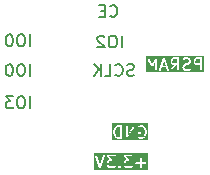
<source format=gbr>
%TF.GenerationSoftware,KiCad,Pcbnew,7.0.10*%
%TF.CreationDate,2024-02-19T11:00:08+07:00*%
%TF.ProjectId,PMODP2PSRAM,504d4f44-5032-4505-9352-414d2e6b6963,rev?*%
%TF.SameCoordinates,PX8c6db50PY50d2eb0*%
%TF.FileFunction,Legend,Bot*%
%TF.FilePolarity,Positive*%
%FSLAX46Y46*%
G04 Gerber Fmt 4.6, Leading zero omitted, Abs format (unit mm)*
G04 Created by KiCad (PCBNEW 7.0.10) date 2024-02-19 11:00:08*
%MOMM*%
%LPD*%
G01*
G04 APERTURE LIST*
%ADD10C,0.150000*%
G04 APERTURE END LIST*
D10*
X11210839Y9177800D02*
X11067982Y9130181D01*
X11067982Y9130181D02*
X10829887Y9130181D01*
X10829887Y9130181D02*
X10734649Y9177800D01*
X10734649Y9177800D02*
X10687030Y9225420D01*
X10687030Y9225420D02*
X10639411Y9320658D01*
X10639411Y9320658D02*
X10639411Y9415896D01*
X10639411Y9415896D02*
X10687030Y9511134D01*
X10687030Y9511134D02*
X10734649Y9558753D01*
X10734649Y9558753D02*
X10829887Y9606372D01*
X10829887Y9606372D02*
X11020363Y9653991D01*
X11020363Y9653991D02*
X11115601Y9701610D01*
X11115601Y9701610D02*
X11163220Y9749229D01*
X11163220Y9749229D02*
X11210839Y9844467D01*
X11210839Y9844467D02*
X11210839Y9939705D01*
X11210839Y9939705D02*
X11163220Y10034943D01*
X11163220Y10034943D02*
X11115601Y10082562D01*
X11115601Y10082562D02*
X11020363Y10130181D01*
X11020363Y10130181D02*
X10782268Y10130181D01*
X10782268Y10130181D02*
X10639411Y10082562D01*
X9639411Y9225420D02*
X9687030Y9177800D01*
X9687030Y9177800D02*
X9829887Y9130181D01*
X9829887Y9130181D02*
X9925125Y9130181D01*
X9925125Y9130181D02*
X10067982Y9177800D01*
X10067982Y9177800D02*
X10163220Y9273039D01*
X10163220Y9273039D02*
X10210839Y9368277D01*
X10210839Y9368277D02*
X10258458Y9558753D01*
X10258458Y9558753D02*
X10258458Y9701610D01*
X10258458Y9701610D02*
X10210839Y9892086D01*
X10210839Y9892086D02*
X10163220Y9987324D01*
X10163220Y9987324D02*
X10067982Y10082562D01*
X10067982Y10082562D02*
X9925125Y10130181D01*
X9925125Y10130181D02*
X9829887Y10130181D01*
X9829887Y10130181D02*
X9687030Y10082562D01*
X9687030Y10082562D02*
X9639411Y10034943D01*
X8734649Y9130181D02*
X9210839Y9130181D01*
X9210839Y9130181D02*
X9210839Y10130181D01*
X8401315Y9130181D02*
X8401315Y10130181D01*
X7829887Y9130181D02*
X8258458Y9701610D01*
X7829887Y10130181D02*
X8401315Y9558753D01*
X2413220Y6380181D02*
X2413220Y7380181D01*
X1746554Y7380181D02*
X1556078Y7380181D01*
X1556078Y7380181D02*
X1460840Y7332562D01*
X1460840Y7332562D02*
X1365602Y7237324D01*
X1365602Y7237324D02*
X1317983Y7046848D01*
X1317983Y7046848D02*
X1317983Y6713515D01*
X1317983Y6713515D02*
X1365602Y6523039D01*
X1365602Y6523039D02*
X1460840Y6427800D01*
X1460840Y6427800D02*
X1556078Y6380181D01*
X1556078Y6380181D02*
X1746554Y6380181D01*
X1746554Y6380181D02*
X1841792Y6427800D01*
X1841792Y6427800D02*
X1937030Y6523039D01*
X1937030Y6523039D02*
X1984649Y6713515D01*
X1984649Y6713515D02*
X1984649Y7046848D01*
X1984649Y7046848D02*
X1937030Y7237324D01*
X1937030Y7237324D02*
X1841792Y7332562D01*
X1841792Y7332562D02*
X1746554Y7380181D01*
X984649Y7380181D02*
X365602Y7380181D01*
X365602Y7380181D02*
X698935Y6999229D01*
X698935Y6999229D02*
X556078Y6999229D01*
X556078Y6999229D02*
X460840Y6951610D01*
X460840Y6951610D02*
X413221Y6903991D01*
X413221Y6903991D02*
X365602Y6808753D01*
X365602Y6808753D02*
X365602Y6570658D01*
X365602Y6570658D02*
X413221Y6475420D01*
X413221Y6475420D02*
X460840Y6427800D01*
X460840Y6427800D02*
X556078Y6380181D01*
X556078Y6380181D02*
X841792Y6380181D01*
X841792Y6380181D02*
X937030Y6427800D01*
X937030Y6427800D02*
X984649Y6475420D01*
X2413220Y9130181D02*
X2413220Y10130181D01*
X1746554Y10130181D02*
X1556078Y10130181D01*
X1556078Y10130181D02*
X1460840Y10082562D01*
X1460840Y10082562D02*
X1365602Y9987324D01*
X1365602Y9987324D02*
X1317983Y9796848D01*
X1317983Y9796848D02*
X1317983Y9463515D01*
X1317983Y9463515D02*
X1365602Y9273039D01*
X1365602Y9273039D02*
X1460840Y9177800D01*
X1460840Y9177800D02*
X1556078Y9130181D01*
X1556078Y9130181D02*
X1746554Y9130181D01*
X1746554Y9130181D02*
X1841792Y9177800D01*
X1841792Y9177800D02*
X1937030Y9273039D01*
X1937030Y9273039D02*
X1984649Y9463515D01*
X1984649Y9463515D02*
X1984649Y9796848D01*
X1984649Y9796848D02*
X1937030Y9987324D01*
X1937030Y9987324D02*
X1841792Y10082562D01*
X1841792Y10082562D02*
X1746554Y10130181D01*
X698935Y10130181D02*
X603697Y10130181D01*
X603697Y10130181D02*
X508459Y10082562D01*
X508459Y10082562D02*
X460840Y10034943D01*
X460840Y10034943D02*
X413221Y9939705D01*
X413221Y9939705D02*
X365602Y9749229D01*
X365602Y9749229D02*
X365602Y9511134D01*
X365602Y9511134D02*
X413221Y9320658D01*
X413221Y9320658D02*
X460840Y9225420D01*
X460840Y9225420D02*
X508459Y9177800D01*
X508459Y9177800D02*
X603697Y9130181D01*
X603697Y9130181D02*
X698935Y9130181D01*
X698935Y9130181D02*
X794173Y9177800D01*
X794173Y9177800D02*
X841792Y9225420D01*
X841792Y9225420D02*
X889411Y9320658D01*
X889411Y9320658D02*
X937030Y9511134D01*
X937030Y9511134D02*
X937030Y9749229D01*
X937030Y9749229D02*
X889411Y9939705D01*
X889411Y9939705D02*
X841792Y10034943D01*
X841792Y10034943D02*
X794173Y10082562D01*
X794173Y10082562D02*
X698935Y10130181D01*
X10163220Y11530181D02*
X10163220Y12530181D01*
X9496554Y12530181D02*
X9306078Y12530181D01*
X9306078Y12530181D02*
X9210840Y12482562D01*
X9210840Y12482562D02*
X9115602Y12387324D01*
X9115602Y12387324D02*
X9067983Y12196848D01*
X9067983Y12196848D02*
X9067983Y11863515D01*
X9067983Y11863515D02*
X9115602Y11673039D01*
X9115602Y11673039D02*
X9210840Y11577800D01*
X9210840Y11577800D02*
X9306078Y11530181D01*
X9306078Y11530181D02*
X9496554Y11530181D01*
X9496554Y11530181D02*
X9591792Y11577800D01*
X9591792Y11577800D02*
X9687030Y11673039D01*
X9687030Y11673039D02*
X9734649Y11863515D01*
X9734649Y11863515D02*
X9734649Y12196848D01*
X9734649Y12196848D02*
X9687030Y12387324D01*
X9687030Y12387324D02*
X9591792Y12482562D01*
X9591792Y12482562D02*
X9496554Y12530181D01*
X8687030Y12434943D02*
X8639411Y12482562D01*
X8639411Y12482562D02*
X8544173Y12530181D01*
X8544173Y12530181D02*
X8306078Y12530181D01*
X8306078Y12530181D02*
X8210840Y12482562D01*
X8210840Y12482562D02*
X8163221Y12434943D01*
X8163221Y12434943D02*
X8115602Y12339705D01*
X8115602Y12339705D02*
X8115602Y12244467D01*
X8115602Y12244467D02*
X8163221Y12101610D01*
X8163221Y12101610D02*
X8734649Y11530181D01*
X8734649Y11530181D02*
X8115602Y11530181D01*
X2413220Y11630181D02*
X2413220Y12630181D01*
X1746554Y12630181D02*
X1556078Y12630181D01*
X1556078Y12630181D02*
X1460840Y12582562D01*
X1460840Y12582562D02*
X1365602Y12487324D01*
X1365602Y12487324D02*
X1317983Y12296848D01*
X1317983Y12296848D02*
X1317983Y11963515D01*
X1317983Y11963515D02*
X1365602Y11773039D01*
X1365602Y11773039D02*
X1460840Y11677800D01*
X1460840Y11677800D02*
X1556078Y11630181D01*
X1556078Y11630181D02*
X1746554Y11630181D01*
X1746554Y11630181D02*
X1841792Y11677800D01*
X1841792Y11677800D02*
X1937030Y11773039D01*
X1937030Y11773039D02*
X1984649Y11963515D01*
X1984649Y11963515D02*
X1984649Y12296848D01*
X1984649Y12296848D02*
X1937030Y12487324D01*
X1937030Y12487324D02*
X1841792Y12582562D01*
X1841792Y12582562D02*
X1746554Y12630181D01*
X698935Y12630181D02*
X603697Y12630181D01*
X603697Y12630181D02*
X508459Y12582562D01*
X508459Y12582562D02*
X460840Y12534943D01*
X460840Y12534943D02*
X413221Y12439705D01*
X413221Y12439705D02*
X365602Y12249229D01*
X365602Y12249229D02*
X365602Y12011134D01*
X365602Y12011134D02*
X413221Y11820658D01*
X413221Y11820658D02*
X460840Y11725420D01*
X460840Y11725420D02*
X508459Y11677800D01*
X508459Y11677800D02*
X603697Y11630181D01*
X603697Y11630181D02*
X698935Y11630181D01*
X698935Y11630181D02*
X794173Y11677800D01*
X794173Y11677800D02*
X841792Y11725420D01*
X841792Y11725420D02*
X889411Y11820658D01*
X889411Y11820658D02*
X937030Y12011134D01*
X937030Y12011134D02*
X937030Y12249229D01*
X937030Y12249229D02*
X889411Y12439705D01*
X889411Y12439705D02*
X841792Y12534943D01*
X841792Y12534943D02*
X794173Y12582562D01*
X794173Y12582562D02*
X698935Y12630181D01*
X9191792Y14225420D02*
X9239411Y14177800D01*
X9239411Y14177800D02*
X9382268Y14130181D01*
X9382268Y14130181D02*
X9477506Y14130181D01*
X9477506Y14130181D02*
X9620363Y14177800D01*
X9620363Y14177800D02*
X9715601Y14273039D01*
X9715601Y14273039D02*
X9763220Y14368277D01*
X9763220Y14368277D02*
X9810839Y14558753D01*
X9810839Y14558753D02*
X9810839Y14701610D01*
X9810839Y14701610D02*
X9763220Y14892086D01*
X9763220Y14892086D02*
X9715601Y14987324D01*
X9715601Y14987324D02*
X9620363Y15082562D01*
X9620363Y15082562D02*
X9477506Y15130181D01*
X9477506Y15130181D02*
X9382268Y15130181D01*
X9382268Y15130181D02*
X9239411Y15082562D01*
X9239411Y15082562D02*
X9191792Y15034943D01*
X8763220Y14653991D02*
X8429887Y14653991D01*
X8287030Y14130181D02*
X8763220Y14130181D01*
X8763220Y14130181D02*
X8763220Y15130181D01*
X8763220Y15130181D02*
X8287030Y15130181D01*
G36*
X14885839Y10181372D02*
G01*
X14597592Y10181372D01*
X14529076Y10215630D01*
X14498669Y10246037D01*
X14464411Y10314553D01*
X14464411Y10422000D01*
X14498669Y10490516D01*
X14529076Y10520923D01*
X14597592Y10555181D01*
X14885839Y10555181D01*
X14885839Y10181372D01*
G37*
G36*
X13904401Y9990896D02*
G01*
X13636325Y9990896D01*
X13770363Y10393011D01*
X13904401Y9990896D01*
G37*
G36*
X16838220Y10181372D02*
G01*
X16549973Y10181372D01*
X16481457Y10215630D01*
X16451050Y10246037D01*
X16416792Y10314553D01*
X16416792Y10422000D01*
X16451050Y10490516D01*
X16481457Y10520923D01*
X16549973Y10555181D01*
X16838220Y10555181D01*
X16838220Y10181372D01*
G37*
G36*
X17131077Y9412324D02*
G01*
X12219173Y9412324D01*
X12219173Y9630181D01*
X12362030Y9630181D01*
X12379577Y9581972D01*
X12424006Y9556320D01*
X12474530Y9565229D01*
X12507507Y9604529D01*
X12512030Y9630181D01*
X12512030Y10292114D01*
X12702399Y9884179D01*
X12716165Y9870421D01*
X12727326Y9854472D01*
X12733885Y9852713D01*
X12738687Y9847914D01*
X12758076Y9846223D01*
X12776878Y9841179D01*
X12783031Y9844047D01*
X12789796Y9843456D01*
X12805738Y9854628D01*
X12823380Y9862847D01*
X12829079Y9870982D01*
X12831812Y9872896D01*
X12832671Y9876109D01*
X12838327Y9884180D01*
X13028696Y10292114D01*
X13028696Y9630181D01*
X13046243Y9581972D01*
X13090672Y9556320D01*
X13141196Y9565229D01*
X13174173Y9604529D01*
X13178696Y9630181D01*
X13178696Y9653898D01*
X13365879Y9653898D01*
X13367280Y9602614D01*
X13401317Y9564229D01*
X13452066Y9556704D01*
X13495778Y9583559D01*
X13508181Y9606464D01*
X13586325Y9840896D01*
X13954401Y9840896D01*
X14032545Y9606464D01*
X14064436Y9566278D01*
X14114697Y9555992D01*
X14159811Y9580421D01*
X14178668Y9628133D01*
X14174847Y9653898D01*
X13960531Y10296848D01*
X14314411Y10296848D01*
X14315944Y10292635D01*
X14314903Y10288274D01*
X14322329Y10263307D01*
X14369948Y10168069D01*
X14371137Y10166944D01*
X14383997Y10148577D01*
X14431616Y10100958D01*
X14433097Y10100267D01*
X14451108Y10086909D01*
X14546346Y10039290D01*
X14550799Y10038778D01*
X14554235Y10035895D01*
X14578826Y10031560D01*
X14327969Y9673191D01*
X14314698Y9623634D01*
X14336385Y9577140D01*
X14382885Y9555465D01*
X14432438Y9568750D01*
X14450853Y9587171D01*
X14761793Y10031372D01*
X14885839Y10031372D01*
X14885839Y9630181D01*
X14903386Y9581972D01*
X14947815Y9556320D01*
X14998339Y9565229D01*
X15031316Y9604529D01*
X15035839Y9630181D01*
X15035839Y9820658D01*
X15314411Y9820658D01*
X15315944Y9816445D01*
X15314903Y9812084D01*
X15322329Y9787117D01*
X15369948Y9691879D01*
X15371136Y9690754D01*
X15383996Y9672388D01*
X15431615Y9624768D01*
X15433096Y9624078D01*
X15451108Y9610718D01*
X15546346Y9563099D01*
X15550799Y9562587D01*
X15554235Y9559704D01*
X15579887Y9555181D01*
X15817982Y9555181D01*
X15819520Y9555742D01*
X15841699Y9559030D01*
X15984556Y9606649D01*
X16024742Y9638540D01*
X16035028Y9688801D01*
X16010599Y9733915D01*
X15962887Y9752772D01*
X15937121Y9748951D01*
X15805812Y9705181D01*
X15597592Y9705181D01*
X15529076Y9739439D01*
X15498669Y9769847D01*
X15464411Y9838363D01*
X15464411Y9898191D01*
X15498669Y9966707D01*
X15529076Y9997114D01*
X15606063Y10035608D01*
X15788553Y10081230D01*
X15791497Y10083219D01*
X15803904Y10086909D01*
X15899142Y10134528D01*
X15900267Y10135718D01*
X15918634Y10148577D01*
X15966253Y10196196D01*
X15966944Y10197678D01*
X15980302Y10215688D01*
X16020882Y10296848D01*
X16266792Y10296848D01*
X16268325Y10292635D01*
X16267284Y10288274D01*
X16274710Y10263307D01*
X16322329Y10168069D01*
X16323518Y10166944D01*
X16336378Y10148577D01*
X16383997Y10100958D01*
X16385478Y10100267D01*
X16403489Y10086909D01*
X16498727Y10039290D01*
X16503180Y10038778D01*
X16506616Y10035895D01*
X16532268Y10031372D01*
X16838220Y10031372D01*
X16838220Y9630181D01*
X16855767Y9581972D01*
X16900196Y9556320D01*
X16950720Y9565229D01*
X16983697Y9604529D01*
X16988220Y9630181D01*
X16988220Y10630181D01*
X16981556Y10648490D01*
X16978172Y10667681D01*
X16972987Y10672032D01*
X16970673Y10678390D01*
X16953799Y10688133D01*
X16938872Y10700658D01*
X16929129Y10702376D01*
X16926244Y10704042D01*
X16922961Y10703464D01*
X16913220Y10705181D01*
X16532268Y10705181D01*
X16528054Y10703648D01*
X16523693Y10704689D01*
X16498727Y10697263D01*
X16403489Y10649644D01*
X16402363Y10648455D01*
X16383997Y10635595D01*
X16336378Y10587976D01*
X16335687Y10586495D01*
X16322329Y10568484D01*
X16274710Y10473246D01*
X16274197Y10468793D01*
X16271315Y10465357D01*
X16266792Y10439705D01*
X16266792Y10296848D01*
X16020882Y10296848D01*
X16027921Y10310926D01*
X16028433Y10315380D01*
X16031316Y10318815D01*
X16035839Y10344467D01*
X16035839Y10439705D01*
X16034305Y10443919D01*
X16035347Y10448280D01*
X16027921Y10473246D01*
X15980302Y10568484D01*
X15979112Y10569610D01*
X15966253Y10587976D01*
X15918634Y10635595D01*
X15917152Y10636286D01*
X15899142Y10649644D01*
X15803904Y10697263D01*
X15799450Y10697776D01*
X15796015Y10700658D01*
X15770363Y10705181D01*
X15532268Y10705181D01*
X15530730Y10704622D01*
X15508550Y10701332D01*
X15365694Y10653713D01*
X15325508Y10621822D01*
X15315222Y10571561D01*
X15339651Y10526447D01*
X15387362Y10507590D01*
X15413128Y10511411D01*
X15544438Y10555181D01*
X15752658Y10555181D01*
X15821174Y10520923D01*
X15851581Y10490516D01*
X15885839Y10422000D01*
X15885839Y10362172D01*
X15851581Y10293656D01*
X15821174Y10263249D01*
X15744187Y10224756D01*
X15561697Y10179133D01*
X15558752Y10177145D01*
X15546346Y10173454D01*
X15451108Y10125835D01*
X15449982Y10124646D01*
X15431616Y10111786D01*
X15383997Y10064167D01*
X15383306Y10062686D01*
X15369948Y10044675D01*
X15322329Y9949437D01*
X15321816Y9944984D01*
X15318934Y9941548D01*
X15314411Y9915896D01*
X15314411Y9820658D01*
X15035839Y9820658D01*
X15035839Y10630181D01*
X15029175Y10648490D01*
X15025791Y10667681D01*
X15020606Y10672032D01*
X15018292Y10678390D01*
X15001418Y10688133D01*
X14986491Y10700658D01*
X14976748Y10702376D01*
X14973863Y10704042D01*
X14970580Y10703464D01*
X14960839Y10705181D01*
X14579887Y10705181D01*
X14575673Y10703648D01*
X14571312Y10704689D01*
X14546346Y10697263D01*
X14451108Y10649644D01*
X14449982Y10648455D01*
X14431616Y10635595D01*
X14383997Y10587976D01*
X14383306Y10586495D01*
X14369948Y10568484D01*
X14322329Y10473246D01*
X14321816Y10468793D01*
X14318934Y10465357D01*
X14314411Y10439705D01*
X14314411Y10296848D01*
X13960531Y10296848D01*
X13841514Y10653898D01*
X13840171Y10655590D01*
X13840113Y10657747D01*
X13824371Y10675500D01*
X13809623Y10694084D01*
X13807508Y10694517D01*
X13806075Y10696133D01*
X13782606Y10699613D01*
X13759362Y10704370D01*
X13757462Y10703342D01*
X13755327Y10703658D01*
X13735109Y10691238D01*
X13714248Y10679941D01*
X13713454Y10677934D01*
X13711614Y10676803D01*
X13699212Y10653898D01*
X13365879Y9653898D01*
X13178696Y9653898D01*
X13178696Y10630181D01*
X13175270Y10639594D01*
X13176146Y10649571D01*
X13166752Y10662996D01*
X13161149Y10678390D01*
X13152476Y10683398D01*
X13146733Y10691605D01*
X13130907Y10695851D01*
X13116720Y10704042D01*
X13106856Y10702303D01*
X13097182Y10704898D01*
X13082330Y10697979D01*
X13066196Y10695133D01*
X13059757Y10687461D01*
X13050679Y10683230D01*
X13035732Y10661898D01*
X12770362Y10093250D01*
X12504994Y10661897D01*
X12497908Y10668978D01*
X12494483Y10678390D01*
X12480293Y10686583D01*
X12468706Y10698163D01*
X12458729Y10699034D01*
X12450054Y10704042D01*
X12433918Y10701197D01*
X12417597Y10702620D01*
X12409393Y10696873D01*
X12399530Y10695133D01*
X12388998Y10682583D01*
X12375581Y10673181D01*
X12372991Y10663507D01*
X12366553Y10655833D01*
X12362030Y10630181D01*
X12362030Y9630181D01*
X12219173Y9630181D01*
X12219173Y10848038D01*
X17131077Y10848038D01*
X17131077Y9412324D01*
G37*
G36*
X10040601Y3955181D02*
G01*
X9889676Y3955181D01*
X9775163Y3993352D01*
X9701050Y4067466D01*
X9662556Y4144453D01*
X9619173Y4317987D01*
X9619173Y4442376D01*
X9662556Y4615910D01*
X9701050Y4692897D01*
X9775163Y4767010D01*
X9889676Y4805181D01*
X10040601Y4805181D01*
X10040601Y3955181D01*
G37*
G36*
X12428696Y3662324D02*
G01*
X9326316Y3662324D01*
X9326316Y4308753D01*
X9469173Y4308753D01*
X9470358Y4305496D01*
X9471412Y4290563D01*
X9519031Y4100087D01*
X9521019Y4097143D01*
X9524710Y4084736D01*
X9572329Y3989498D01*
X9573515Y3988375D01*
X9586378Y3970006D01*
X9681616Y3874767D01*
X9685680Y3872872D01*
X9688027Y3869052D01*
X9710932Y3856649D01*
X9853788Y3809030D01*
X9855423Y3809075D01*
X9877506Y3805181D01*
X10115601Y3805181D01*
X10133909Y3811845D01*
X10153101Y3815229D01*
X10157451Y3820414D01*
X10163810Y3822728D01*
X10173552Y3839602D01*
X10186078Y3854529D01*
X10187795Y3864272D01*
X10189462Y3867157D01*
X10188883Y3870440D01*
X10190601Y3880181D01*
X10516792Y3880181D01*
X10519163Y3873665D01*
X10517990Y3866829D01*
X10527729Y3850132D01*
X10534339Y3831972D01*
X10540344Y3828505D01*
X10543839Y3822513D01*
X10562030Y3815984D01*
X10578768Y3806320D01*
X10585599Y3807525D01*
X10592126Y3805182D01*
X10610257Y3811873D01*
X10629292Y3815229D01*
X10633749Y3820542D01*
X10640256Y3822942D01*
X10656910Y3842971D01*
X11088220Y4597765D01*
X11088220Y3880181D01*
X11105767Y3831972D01*
X11150196Y3806320D01*
X11200720Y3815229D01*
X11233697Y3854529D01*
X11238220Y3880181D01*
X11238220Y3975420D01*
X11516792Y3975420D01*
X11522391Y3960037D01*
X11523818Y3943725D01*
X11533210Y3930311D01*
X11534339Y3927211D01*
X11536088Y3926202D01*
X11538758Y3922388D01*
X11586377Y3874768D01*
X11590441Y3872873D01*
X11592789Y3869052D01*
X11615694Y3856649D01*
X11758550Y3809030D01*
X11760185Y3809075D01*
X11782268Y3805181D01*
X11877506Y3805181D01*
X11879044Y3805742D01*
X11901223Y3809030D01*
X12044080Y3856649D01*
X12047592Y3859437D01*
X12052059Y3859827D01*
X12073396Y3874767D01*
X12168635Y3970007D01*
X12169326Y3971490D01*
X12182683Y3989498D01*
X12230302Y4084736D01*
X12230708Y4088265D01*
X12235981Y4100087D01*
X12283600Y4290563D01*
X12283239Y4294012D01*
X12285839Y4308753D01*
X12285839Y4451610D01*
X12284653Y4454868D01*
X12283600Y4469800D01*
X12235981Y4660276D01*
X12233992Y4663221D01*
X12230302Y4675627D01*
X12182683Y4770865D01*
X12181496Y4771989D01*
X12168634Y4790357D01*
X12073396Y4885595D01*
X12069332Y4887490D01*
X12066985Y4891311D01*
X12044080Y4903713D01*
X11901223Y4951332D01*
X11899588Y4951288D01*
X11877506Y4955181D01*
X11734649Y4955181D01*
X11730435Y4953648D01*
X11726074Y4954689D01*
X11701108Y4947263D01*
X11605870Y4899644D01*
X11570598Y4862390D01*
X11567523Y4811179D01*
X11598087Y4769974D01*
X11647985Y4758054D01*
X11672952Y4765480D01*
X11752354Y4805181D01*
X11865336Y4805181D01*
X11979849Y4767010D01*
X12053962Y4692897D01*
X12092455Y4615910D01*
X12135839Y4442376D01*
X12135839Y4317987D01*
X12092455Y4144453D01*
X12053961Y4067466D01*
X11979849Y3993353D01*
X11865336Y3955181D01*
X11794438Y3955181D01*
X11679925Y3993352D01*
X11666792Y4006486D01*
X11666792Y4233753D01*
X11782268Y4233753D01*
X11830477Y4251300D01*
X11856129Y4295729D01*
X11847220Y4346253D01*
X11807920Y4379230D01*
X11782268Y4383753D01*
X11591792Y4383753D01*
X11573483Y4377090D01*
X11554292Y4373705D01*
X11549941Y4368521D01*
X11543583Y4366206D01*
X11533840Y4349333D01*
X11521315Y4334405D01*
X11519597Y4324663D01*
X11517931Y4321777D01*
X11518509Y4318495D01*
X11516792Y4308753D01*
X11516792Y3975420D01*
X11238220Y3975420D01*
X11238220Y4880181D01*
X11235847Y4886699D01*
X11237022Y4893534D01*
X11227282Y4910232D01*
X11220673Y4928390D01*
X11214668Y4931858D01*
X11211173Y4937849D01*
X11192981Y4944379D01*
X11176244Y4954042D01*
X11169412Y4952838D01*
X11162886Y4955180D01*
X11144754Y4948490D01*
X11125720Y4945133D01*
X11121262Y4939821D01*
X11114756Y4937420D01*
X11098102Y4917392D01*
X10666792Y4162598D01*
X10666792Y4880181D01*
X10649245Y4928390D01*
X10604816Y4954042D01*
X10554292Y4945133D01*
X10521315Y4905833D01*
X10516792Y4880181D01*
X10516792Y3880181D01*
X10190601Y3880181D01*
X10190601Y4880181D01*
X10183937Y4898490D01*
X10180553Y4917681D01*
X10175368Y4922032D01*
X10173054Y4928390D01*
X10156180Y4938133D01*
X10141253Y4950658D01*
X10131510Y4952376D01*
X10128625Y4954042D01*
X10125342Y4953464D01*
X10115601Y4955181D01*
X9877506Y4955181D01*
X9875968Y4954622D01*
X9853788Y4951332D01*
X9710932Y4903713D01*
X9707421Y4900927D01*
X9702953Y4900536D01*
X9681616Y4885595D01*
X9586378Y4790357D01*
X9585687Y4788876D01*
X9572329Y4770865D01*
X9524710Y4675627D01*
X9524303Y4672099D01*
X9519031Y4660276D01*
X9471412Y4469800D01*
X9471772Y4466352D01*
X9469173Y4451610D01*
X9469173Y4308753D01*
X9326316Y4308753D01*
X9326316Y5098038D01*
X12428696Y5098038D01*
X12428696Y3662324D01*
G37*
G36*
X12379938Y1162324D02*
G01*
X7802535Y1162324D01*
X7802535Y2382230D01*
X7945392Y2382230D01*
X7949213Y2356464D01*
X8282546Y1356464D01*
X8283888Y1354773D01*
X8283947Y1352614D01*
X8299696Y1334853D01*
X8314437Y1316278D01*
X8316550Y1315846D01*
X8317984Y1314229D01*
X8341454Y1310749D01*
X8364698Y1305992D01*
X8366597Y1307021D01*
X8368733Y1306704D01*
X8388946Y1319123D01*
X8409812Y1330421D01*
X8410605Y1332429D01*
X8412445Y1333559D01*
X8424848Y1356464D01*
X8496246Y1570658D01*
X8897745Y1570658D01*
X8899278Y1566445D01*
X8898237Y1562084D01*
X8905663Y1537117D01*
X8953282Y1441879D01*
X8954470Y1440754D01*
X8967330Y1422388D01*
X9014949Y1374768D01*
X9016430Y1374078D01*
X9034442Y1360718D01*
X9129680Y1313099D01*
X9134133Y1312587D01*
X9137569Y1309704D01*
X9163221Y1305181D01*
X9448935Y1305181D01*
X9453148Y1306715D01*
X9457509Y1305673D01*
X9482476Y1313099D01*
X9577714Y1360718D01*
X9578838Y1361906D01*
X9597207Y1374768D01*
X9644825Y1422387D01*
X9650397Y1434336D01*
X9850411Y1434336D01*
X9855453Y1415516D01*
X9857152Y1396104D01*
X9862825Y1388002D01*
X9863688Y1384781D01*
X9866419Y1382869D01*
X9872092Y1374767D01*
X9919711Y1327148D01*
X9937369Y1318915D01*
X9953333Y1307736D01*
X9956749Y1308035D01*
X9959720Y1306320D01*
X9963099Y1306916D01*
X9966207Y1305467D01*
X9985026Y1310510D01*
X10004440Y1312208D01*
X10008253Y1314878D01*
X10010244Y1315229D01*
X10012365Y1317758D01*
X10012542Y1317882D01*
X10015762Y1318744D01*
X10017673Y1321474D01*
X10025777Y1327148D01*
X10073396Y1374767D01*
X10081630Y1392426D01*
X10092807Y1408388D01*
X10092217Y1415131D01*
X10095077Y1421263D01*
X10090034Y1440082D01*
X10088337Y1459495D01*
X10082662Y1467600D01*
X10081800Y1470818D01*
X10079070Y1472730D01*
X10073396Y1480833D01*
X10025778Y1528452D01*
X10008120Y1536686D01*
X9992155Y1547865D01*
X9988738Y1547567D01*
X9985768Y1549281D01*
X9982388Y1548686D01*
X9979281Y1550134D01*
X9960461Y1545092D01*
X9941047Y1543393D01*
X9937233Y1540723D01*
X9935244Y1540372D01*
X9933122Y1537845D01*
X9932944Y1537720D01*
X9929726Y1536857D01*
X9927814Y1534128D01*
X9919710Y1528452D01*
X9872091Y1480832D01*
X9863857Y1463175D01*
X9852680Y1447211D01*
X9853270Y1440468D01*
X9850411Y1434336D01*
X9650397Y1434336D01*
X9666506Y1468884D01*
X9653228Y1518439D01*
X9611203Y1547865D01*
X9560095Y1543393D01*
X9538758Y1528452D01*
X9499745Y1489439D01*
X9431230Y1455181D01*
X9180926Y1455181D01*
X9112410Y1489439D01*
X9082003Y1519847D01*
X9056597Y1570658D01*
X10326316Y1570658D01*
X10327849Y1566445D01*
X10326808Y1562084D01*
X10334234Y1537117D01*
X10381853Y1441879D01*
X10383041Y1440754D01*
X10395901Y1422388D01*
X10443520Y1374768D01*
X10445001Y1374078D01*
X10463013Y1360718D01*
X10558251Y1313099D01*
X10562704Y1312587D01*
X10566140Y1309704D01*
X10591792Y1305181D01*
X10877506Y1305181D01*
X10881719Y1306715D01*
X10886080Y1305673D01*
X10911047Y1313099D01*
X11006285Y1360718D01*
X11007409Y1361906D01*
X11025778Y1374768D01*
X11073396Y1422387D01*
X11095077Y1468884D01*
X11081799Y1518439D01*
X11039774Y1547865D01*
X10988666Y1543393D01*
X10967329Y1528452D01*
X10928316Y1489439D01*
X10859801Y1455181D01*
X10609497Y1455181D01*
X10540981Y1489439D01*
X10510574Y1519847D01*
X10476316Y1588363D01*
X10476316Y1774158D01*
X11327455Y1774158D01*
X11336364Y1723634D01*
X11375664Y1690657D01*
X11401316Y1686134D01*
X11707268Y1686134D01*
X11707268Y1380181D01*
X11724815Y1331972D01*
X11769244Y1306320D01*
X11819768Y1315229D01*
X11852745Y1354529D01*
X11857268Y1380181D01*
X11857268Y1686134D01*
X12163220Y1686134D01*
X12211429Y1703681D01*
X12237081Y1748110D01*
X12228172Y1798634D01*
X12188872Y1831611D01*
X12163220Y1836134D01*
X11857268Y1836134D01*
X11857268Y2142086D01*
X11839721Y2190295D01*
X11795292Y2215947D01*
X11744768Y2207038D01*
X11711791Y2167738D01*
X11707268Y2142086D01*
X11707268Y1836134D01*
X11401316Y1836134D01*
X11353107Y1818587D01*
X11327455Y1774158D01*
X10476316Y1774158D01*
X10476316Y1791048D01*
X10510574Y1859564D01*
X10540981Y1889971D01*
X10609497Y1924229D01*
X10734649Y1924229D01*
X10753648Y1931145D01*
X10773485Y1935067D01*
X10777235Y1939730D01*
X10782858Y1941776D01*
X10792967Y1959286D01*
X10805642Y1975041D01*
X10805518Y1981024D01*
X10808510Y1986205D01*
X10804998Y2006119D01*
X10804580Y2026333D01*
X10800140Y2033667D01*
X10799601Y2036729D01*
X10796931Y2038969D01*
X10791092Y2048617D01*
X10566598Y2305181D01*
X11020363Y2305181D01*
X11068572Y2322728D01*
X11094224Y2367157D01*
X11085315Y2417681D01*
X11046015Y2450658D01*
X11020363Y2455181D01*
X10401316Y2455181D01*
X10382316Y2448266D01*
X10362480Y2444343D01*
X10358729Y2439681D01*
X10353107Y2437634D01*
X10342996Y2420123D01*
X10330323Y2404368D01*
X10330446Y2398387D01*
X10327455Y2393205D01*
X10330966Y2373292D01*
X10331385Y2353077D01*
X10335824Y2345744D01*
X10336364Y2342681D01*
X10339033Y2340442D01*
X10344873Y2330793D01*
X10572568Y2070570D01*
X10558251Y2066311D01*
X10463013Y2018692D01*
X10461887Y2017503D01*
X10443521Y2004643D01*
X10395902Y1957024D01*
X10395211Y1955543D01*
X10381853Y1937532D01*
X10334234Y1842294D01*
X10333721Y1837841D01*
X10330839Y1834405D01*
X10326316Y1808753D01*
X10326316Y1570658D01*
X9056597Y1570658D01*
X9047745Y1588363D01*
X9047745Y1791048D01*
X9082003Y1859564D01*
X9112410Y1889971D01*
X9180926Y1924229D01*
X9306078Y1924229D01*
X9325077Y1931145D01*
X9344914Y1935067D01*
X9348664Y1939730D01*
X9354287Y1941776D01*
X9364396Y1959286D01*
X9377071Y1975041D01*
X9376947Y1981024D01*
X9379939Y1986205D01*
X9376427Y2006119D01*
X9376009Y2026333D01*
X9371569Y2033667D01*
X9371030Y2036729D01*
X9368360Y2038969D01*
X9362521Y2048617D01*
X9138027Y2305181D01*
X9591792Y2305181D01*
X9640001Y2322728D01*
X9665653Y2367157D01*
X9656744Y2417681D01*
X9617444Y2450658D01*
X9591792Y2455181D01*
X8972745Y2455181D01*
X8953745Y2448266D01*
X8933909Y2444343D01*
X8930158Y2439681D01*
X8924536Y2437634D01*
X8914425Y2420123D01*
X8901752Y2404368D01*
X8901875Y2398387D01*
X8898884Y2393205D01*
X8902395Y2373292D01*
X8902814Y2353077D01*
X8907253Y2345744D01*
X8907793Y2342681D01*
X8910462Y2340442D01*
X8916302Y2330793D01*
X9143997Y2070570D01*
X9129680Y2066311D01*
X9034442Y2018692D01*
X9033316Y2017503D01*
X9014950Y2004643D01*
X8967331Y1957024D01*
X8966640Y1955543D01*
X8953282Y1937532D01*
X8905663Y1842294D01*
X8905150Y1837841D01*
X8902268Y1834405D01*
X8897745Y1808753D01*
X8897745Y1570658D01*
X8496246Y1570658D01*
X8758181Y2356464D01*
X8756780Y2407747D01*
X8722742Y2446133D01*
X8671994Y2453658D01*
X8628281Y2426803D01*
X8615879Y2403898D01*
X8353697Y1617352D01*
X8091515Y2403898D01*
X8059624Y2444084D01*
X8009363Y2454370D01*
X7964249Y2429941D01*
X7945392Y2382230D01*
X7802535Y2382230D01*
X7802535Y2598038D01*
X12379938Y2598038D01*
X12379938Y1162324D01*
G37*
M02*

</source>
